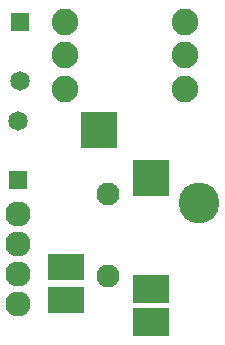
<source format=gts>
G04 #@! TF.FileFunction,Soldermask,Top*
%FSLAX46Y46*%
G04 Gerber Fmt 4.6, Leading zero omitted, Abs format (unit mm)*
G04 Created by KiCad (PCBNEW 4.0.2-stable) date 6/3/2016 7:26:30 PM*
%MOMM*%
G01*
G04 APERTURE LIST*
%ADD10C,0.150000*%
%ADD11C,2.248980*%
%ADD12R,3.050000X2.250000*%
%ADD13R,3.050000X2.450000*%
%ADD14R,3.050000X3.050000*%
%ADD15C,1.950000*%
%ADD16C,2.129600*%
%ADD17C,3.450000*%
%ADD18R,1.650000X1.650000*%
%ADD19C,1.650000*%
G04 APERTURE END LIST*
D10*
D11*
X6910000Y27830000D03*
X17070000Y27830000D03*
D12*
X6990000Y4275000D03*
X6990000Y7075000D03*
D13*
X14190000Y5175000D03*
X14190000Y2375000D03*
D14*
X14190000Y14575000D03*
X9840000Y18675000D03*
D15*
X10590000Y6275000D03*
X10590000Y13275000D03*
D16*
X2960000Y8995000D03*
X2960000Y6455000D03*
X2960000Y3915000D03*
X2960000Y11535000D03*
D11*
X17080000Y24980000D03*
X6920000Y24980000D03*
X17090000Y22150000D03*
X6930000Y22150000D03*
D17*
X18320000Y12465000D03*
D18*
X2960000Y14460000D03*
D19*
X2960000Y19460000D03*
D18*
X3120000Y27830000D03*
D19*
X3120000Y22830000D03*
M02*

</source>
